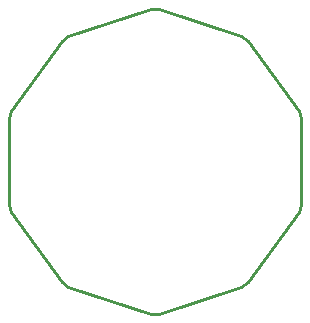
<source format=gko>
G04 #@! TF.FileFunction,Profile,NP*
%FSLAX46Y46*%
G04 Gerber Fmt 4.6, Leading zero omitted, Abs format (unit mm)*
G04 Created by KiCad (PCBNEW 4.0.5+dfsg1-4) date Tue Feb 14 02:51:41 2017*
%MOMM*%
%LPD*%
G01*
G04 APERTURE LIST*
%ADD10C,0.100000*%
%ADD11C,0.254000*%
G04 APERTURE END LIST*
D10*
D11*
X-325120Y-11895580D02*
X-7317740Y-9622280D01*
X-7317740Y-9622280D02*
X-7840980Y-9241280D01*
X-7840980Y-9241280D02*
X-12164060Y-3292600D01*
X-12164060Y-3292600D02*
X-12364720Y-2675380D01*
X-12364720Y-2675380D02*
X-12364720Y4675380D01*
X-12364720Y4675380D02*
X-12164060Y5292600D01*
X-12164060Y5292600D02*
X-7840980Y11241280D01*
X-7840980Y11241280D02*
X-7317740Y11622280D01*
X-7317740Y11622280D02*
X-325120Y13895580D01*
X-325120Y13895580D02*
X325120Y13895580D01*
X325120Y13895580D02*
X7317740Y11622280D01*
X7317740Y11622280D02*
X7840980Y11241280D01*
X7840980Y11241280D02*
X12164060Y5292600D01*
X12164060Y5292600D02*
X12364720Y4675380D01*
X12364720Y4675380D02*
X12364720Y-2675380D01*
X12364720Y-2675380D02*
X12164060Y-3292600D01*
X12164060Y-3292600D02*
X7840980Y-9241280D01*
X7840980Y-9241280D02*
X7317740Y-9622280D01*
X7317740Y-9622280D02*
X325120Y-11895580D01*
X325120Y-11895580D02*
X-325120Y-11895580D01*
M02*

</source>
